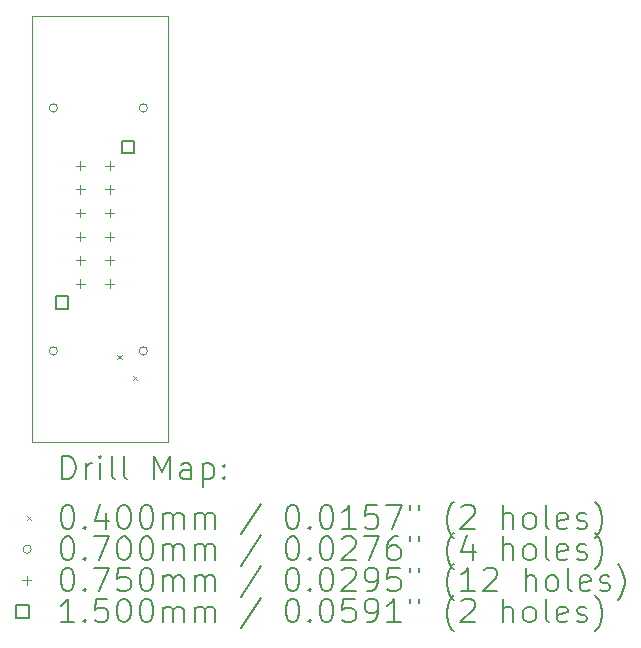
<source format=gbr>
%TF.GenerationSoftware,KiCad,Pcbnew,7.0.9*%
%TF.CreationDate,2024-01-10T19:06:43-08:00*%
%TF.ProjectId,CANswitch,43414e73-7769-4746-9368-2e6b69636164,rev?*%
%TF.SameCoordinates,Original*%
%TF.FileFunction,Drillmap*%
%TF.FilePolarity,Positive*%
%FSLAX45Y45*%
G04 Gerber Fmt 4.5, Leading zero omitted, Abs format (unit mm)*
G04 Created by KiCad (PCBNEW 7.0.9) date 2024-01-10 19:06:43*
%MOMM*%
%LPD*%
G01*
G04 APERTURE LIST*
%ADD10C,0.100000*%
%ADD11C,0.200000*%
%ADD12C,0.150000*%
G04 APERTURE END LIST*
D10*
X18613120Y-3030220D02*
X19766280Y-3030220D01*
X19766280Y-6637020D01*
X18613120Y-6637020D01*
X18613120Y-3030220D01*
D11*
D10*
X19334800Y-5898200D02*
X19374800Y-5938200D01*
X19374800Y-5898200D02*
X19334800Y-5938200D01*
X19466380Y-6075600D02*
X19506380Y-6115600D01*
X19506380Y-6075600D02*
X19466380Y-6115600D01*
X18831000Y-3810000D02*
G75*
G03*
X18831000Y-3810000I-35000J0D01*
G01*
X18831000Y-5867400D02*
G75*
G03*
X18831000Y-5867400I-35000J0D01*
G01*
X19593000Y-3810000D02*
G75*
G03*
X19593000Y-3810000I-35000J0D01*
G01*
X19593000Y-5867400D02*
G75*
G03*
X19593000Y-5867400I-35000J0D01*
G01*
X19023800Y-4261500D02*
X19023800Y-4336500D01*
X18986300Y-4299000D02*
X19061300Y-4299000D01*
X19023800Y-4461500D02*
X19023800Y-4536500D01*
X18986300Y-4499000D02*
X19061300Y-4499000D01*
X19023800Y-4661500D02*
X19023800Y-4736500D01*
X18986300Y-4699000D02*
X19061300Y-4699000D01*
X19023800Y-4861500D02*
X19023800Y-4936500D01*
X18986300Y-4899000D02*
X19061300Y-4899000D01*
X19023800Y-5061500D02*
X19023800Y-5136500D01*
X18986300Y-5099000D02*
X19061300Y-5099000D01*
X19023800Y-5261500D02*
X19023800Y-5336500D01*
X18986300Y-5299000D02*
X19061300Y-5299000D01*
X19273800Y-4261500D02*
X19273800Y-4336500D01*
X19236300Y-4299000D02*
X19311300Y-4299000D01*
X19273800Y-4461500D02*
X19273800Y-4536500D01*
X19236300Y-4499000D02*
X19311300Y-4499000D01*
X19273800Y-4661500D02*
X19273800Y-4736500D01*
X19236300Y-4699000D02*
X19311300Y-4699000D01*
X19273800Y-4861500D02*
X19273800Y-4936500D01*
X19236300Y-4899000D02*
X19311300Y-4899000D01*
X19273800Y-5061500D02*
X19273800Y-5136500D01*
X19236300Y-5099000D02*
X19311300Y-5099000D01*
X19273800Y-5261500D02*
X19273800Y-5336500D01*
X19236300Y-5299000D02*
X19311300Y-5299000D01*
D12*
X18921834Y-5512034D02*
X18921834Y-5405967D01*
X18815767Y-5405967D01*
X18815767Y-5512034D01*
X18921834Y-5512034D01*
X19481834Y-4192033D02*
X19481834Y-4085966D01*
X19375767Y-4085966D01*
X19375767Y-4192033D01*
X19481834Y-4192033D01*
D11*
X18868897Y-6953504D02*
X18868897Y-6753504D01*
X18868897Y-6753504D02*
X18916516Y-6753504D01*
X18916516Y-6753504D02*
X18945087Y-6763028D01*
X18945087Y-6763028D02*
X18964135Y-6782075D01*
X18964135Y-6782075D02*
X18973659Y-6801123D01*
X18973659Y-6801123D02*
X18983183Y-6839218D01*
X18983183Y-6839218D02*
X18983183Y-6867789D01*
X18983183Y-6867789D02*
X18973659Y-6905885D01*
X18973659Y-6905885D02*
X18964135Y-6924932D01*
X18964135Y-6924932D02*
X18945087Y-6943980D01*
X18945087Y-6943980D02*
X18916516Y-6953504D01*
X18916516Y-6953504D02*
X18868897Y-6953504D01*
X19068897Y-6953504D02*
X19068897Y-6820170D01*
X19068897Y-6858266D02*
X19078421Y-6839218D01*
X19078421Y-6839218D02*
X19087944Y-6829694D01*
X19087944Y-6829694D02*
X19106992Y-6820170D01*
X19106992Y-6820170D02*
X19126040Y-6820170D01*
X19192706Y-6953504D02*
X19192706Y-6820170D01*
X19192706Y-6753504D02*
X19183183Y-6763028D01*
X19183183Y-6763028D02*
X19192706Y-6772551D01*
X19192706Y-6772551D02*
X19202230Y-6763028D01*
X19202230Y-6763028D02*
X19192706Y-6753504D01*
X19192706Y-6753504D02*
X19192706Y-6772551D01*
X19316516Y-6953504D02*
X19297468Y-6943980D01*
X19297468Y-6943980D02*
X19287944Y-6924932D01*
X19287944Y-6924932D02*
X19287944Y-6753504D01*
X19421278Y-6953504D02*
X19402230Y-6943980D01*
X19402230Y-6943980D02*
X19392706Y-6924932D01*
X19392706Y-6924932D02*
X19392706Y-6753504D01*
X19649849Y-6953504D02*
X19649849Y-6753504D01*
X19649849Y-6753504D02*
X19716516Y-6896361D01*
X19716516Y-6896361D02*
X19783183Y-6753504D01*
X19783183Y-6753504D02*
X19783183Y-6953504D01*
X19964135Y-6953504D02*
X19964135Y-6848742D01*
X19964135Y-6848742D02*
X19954611Y-6829694D01*
X19954611Y-6829694D02*
X19935564Y-6820170D01*
X19935564Y-6820170D02*
X19897468Y-6820170D01*
X19897468Y-6820170D02*
X19878421Y-6829694D01*
X19964135Y-6943980D02*
X19945087Y-6953504D01*
X19945087Y-6953504D02*
X19897468Y-6953504D01*
X19897468Y-6953504D02*
X19878421Y-6943980D01*
X19878421Y-6943980D02*
X19868897Y-6924932D01*
X19868897Y-6924932D02*
X19868897Y-6905885D01*
X19868897Y-6905885D02*
X19878421Y-6886837D01*
X19878421Y-6886837D02*
X19897468Y-6877313D01*
X19897468Y-6877313D02*
X19945087Y-6877313D01*
X19945087Y-6877313D02*
X19964135Y-6867789D01*
X20059373Y-6820170D02*
X20059373Y-7020170D01*
X20059373Y-6829694D02*
X20078421Y-6820170D01*
X20078421Y-6820170D02*
X20116516Y-6820170D01*
X20116516Y-6820170D02*
X20135564Y-6829694D01*
X20135564Y-6829694D02*
X20145087Y-6839218D01*
X20145087Y-6839218D02*
X20154611Y-6858266D01*
X20154611Y-6858266D02*
X20154611Y-6915408D01*
X20154611Y-6915408D02*
X20145087Y-6934456D01*
X20145087Y-6934456D02*
X20135564Y-6943980D01*
X20135564Y-6943980D02*
X20116516Y-6953504D01*
X20116516Y-6953504D02*
X20078421Y-6953504D01*
X20078421Y-6953504D02*
X20059373Y-6943980D01*
X20240325Y-6934456D02*
X20249849Y-6943980D01*
X20249849Y-6943980D02*
X20240325Y-6953504D01*
X20240325Y-6953504D02*
X20230802Y-6943980D01*
X20230802Y-6943980D02*
X20240325Y-6934456D01*
X20240325Y-6934456D02*
X20240325Y-6953504D01*
X20240325Y-6829694D02*
X20249849Y-6839218D01*
X20249849Y-6839218D02*
X20240325Y-6848742D01*
X20240325Y-6848742D02*
X20230802Y-6839218D01*
X20230802Y-6839218D02*
X20240325Y-6829694D01*
X20240325Y-6829694D02*
X20240325Y-6848742D01*
D10*
X18568120Y-7262020D02*
X18608120Y-7302020D01*
X18608120Y-7262020D02*
X18568120Y-7302020D01*
D11*
X18906992Y-7173504D02*
X18926040Y-7173504D01*
X18926040Y-7173504D02*
X18945087Y-7183028D01*
X18945087Y-7183028D02*
X18954611Y-7192551D01*
X18954611Y-7192551D02*
X18964135Y-7211599D01*
X18964135Y-7211599D02*
X18973659Y-7249694D01*
X18973659Y-7249694D02*
X18973659Y-7297313D01*
X18973659Y-7297313D02*
X18964135Y-7335408D01*
X18964135Y-7335408D02*
X18954611Y-7354456D01*
X18954611Y-7354456D02*
X18945087Y-7363980D01*
X18945087Y-7363980D02*
X18926040Y-7373504D01*
X18926040Y-7373504D02*
X18906992Y-7373504D01*
X18906992Y-7373504D02*
X18887944Y-7363980D01*
X18887944Y-7363980D02*
X18878421Y-7354456D01*
X18878421Y-7354456D02*
X18868897Y-7335408D01*
X18868897Y-7335408D02*
X18859373Y-7297313D01*
X18859373Y-7297313D02*
X18859373Y-7249694D01*
X18859373Y-7249694D02*
X18868897Y-7211599D01*
X18868897Y-7211599D02*
X18878421Y-7192551D01*
X18878421Y-7192551D02*
X18887944Y-7183028D01*
X18887944Y-7183028D02*
X18906992Y-7173504D01*
X19059373Y-7354456D02*
X19068897Y-7363980D01*
X19068897Y-7363980D02*
X19059373Y-7373504D01*
X19059373Y-7373504D02*
X19049849Y-7363980D01*
X19049849Y-7363980D02*
X19059373Y-7354456D01*
X19059373Y-7354456D02*
X19059373Y-7373504D01*
X19240325Y-7240170D02*
X19240325Y-7373504D01*
X19192706Y-7163980D02*
X19145087Y-7306837D01*
X19145087Y-7306837D02*
X19268897Y-7306837D01*
X19383183Y-7173504D02*
X19402230Y-7173504D01*
X19402230Y-7173504D02*
X19421278Y-7183028D01*
X19421278Y-7183028D02*
X19430802Y-7192551D01*
X19430802Y-7192551D02*
X19440325Y-7211599D01*
X19440325Y-7211599D02*
X19449849Y-7249694D01*
X19449849Y-7249694D02*
X19449849Y-7297313D01*
X19449849Y-7297313D02*
X19440325Y-7335408D01*
X19440325Y-7335408D02*
X19430802Y-7354456D01*
X19430802Y-7354456D02*
X19421278Y-7363980D01*
X19421278Y-7363980D02*
X19402230Y-7373504D01*
X19402230Y-7373504D02*
X19383183Y-7373504D01*
X19383183Y-7373504D02*
X19364135Y-7363980D01*
X19364135Y-7363980D02*
X19354611Y-7354456D01*
X19354611Y-7354456D02*
X19345087Y-7335408D01*
X19345087Y-7335408D02*
X19335564Y-7297313D01*
X19335564Y-7297313D02*
X19335564Y-7249694D01*
X19335564Y-7249694D02*
X19345087Y-7211599D01*
X19345087Y-7211599D02*
X19354611Y-7192551D01*
X19354611Y-7192551D02*
X19364135Y-7183028D01*
X19364135Y-7183028D02*
X19383183Y-7173504D01*
X19573659Y-7173504D02*
X19592706Y-7173504D01*
X19592706Y-7173504D02*
X19611754Y-7183028D01*
X19611754Y-7183028D02*
X19621278Y-7192551D01*
X19621278Y-7192551D02*
X19630802Y-7211599D01*
X19630802Y-7211599D02*
X19640325Y-7249694D01*
X19640325Y-7249694D02*
X19640325Y-7297313D01*
X19640325Y-7297313D02*
X19630802Y-7335408D01*
X19630802Y-7335408D02*
X19621278Y-7354456D01*
X19621278Y-7354456D02*
X19611754Y-7363980D01*
X19611754Y-7363980D02*
X19592706Y-7373504D01*
X19592706Y-7373504D02*
X19573659Y-7373504D01*
X19573659Y-7373504D02*
X19554611Y-7363980D01*
X19554611Y-7363980D02*
X19545087Y-7354456D01*
X19545087Y-7354456D02*
X19535564Y-7335408D01*
X19535564Y-7335408D02*
X19526040Y-7297313D01*
X19526040Y-7297313D02*
X19526040Y-7249694D01*
X19526040Y-7249694D02*
X19535564Y-7211599D01*
X19535564Y-7211599D02*
X19545087Y-7192551D01*
X19545087Y-7192551D02*
X19554611Y-7183028D01*
X19554611Y-7183028D02*
X19573659Y-7173504D01*
X19726040Y-7373504D02*
X19726040Y-7240170D01*
X19726040Y-7259218D02*
X19735564Y-7249694D01*
X19735564Y-7249694D02*
X19754611Y-7240170D01*
X19754611Y-7240170D02*
X19783183Y-7240170D01*
X19783183Y-7240170D02*
X19802230Y-7249694D01*
X19802230Y-7249694D02*
X19811754Y-7268742D01*
X19811754Y-7268742D02*
X19811754Y-7373504D01*
X19811754Y-7268742D02*
X19821278Y-7249694D01*
X19821278Y-7249694D02*
X19840325Y-7240170D01*
X19840325Y-7240170D02*
X19868897Y-7240170D01*
X19868897Y-7240170D02*
X19887945Y-7249694D01*
X19887945Y-7249694D02*
X19897468Y-7268742D01*
X19897468Y-7268742D02*
X19897468Y-7373504D01*
X19992706Y-7373504D02*
X19992706Y-7240170D01*
X19992706Y-7259218D02*
X20002230Y-7249694D01*
X20002230Y-7249694D02*
X20021278Y-7240170D01*
X20021278Y-7240170D02*
X20049849Y-7240170D01*
X20049849Y-7240170D02*
X20068897Y-7249694D01*
X20068897Y-7249694D02*
X20078421Y-7268742D01*
X20078421Y-7268742D02*
X20078421Y-7373504D01*
X20078421Y-7268742D02*
X20087945Y-7249694D01*
X20087945Y-7249694D02*
X20106992Y-7240170D01*
X20106992Y-7240170D02*
X20135564Y-7240170D01*
X20135564Y-7240170D02*
X20154611Y-7249694D01*
X20154611Y-7249694D02*
X20164135Y-7268742D01*
X20164135Y-7268742D02*
X20164135Y-7373504D01*
X20554611Y-7163980D02*
X20383183Y-7421123D01*
X20811754Y-7173504D02*
X20830802Y-7173504D01*
X20830802Y-7173504D02*
X20849849Y-7183028D01*
X20849849Y-7183028D02*
X20859373Y-7192551D01*
X20859373Y-7192551D02*
X20868897Y-7211599D01*
X20868897Y-7211599D02*
X20878421Y-7249694D01*
X20878421Y-7249694D02*
X20878421Y-7297313D01*
X20878421Y-7297313D02*
X20868897Y-7335408D01*
X20868897Y-7335408D02*
X20859373Y-7354456D01*
X20859373Y-7354456D02*
X20849849Y-7363980D01*
X20849849Y-7363980D02*
X20830802Y-7373504D01*
X20830802Y-7373504D02*
X20811754Y-7373504D01*
X20811754Y-7373504D02*
X20792707Y-7363980D01*
X20792707Y-7363980D02*
X20783183Y-7354456D01*
X20783183Y-7354456D02*
X20773659Y-7335408D01*
X20773659Y-7335408D02*
X20764135Y-7297313D01*
X20764135Y-7297313D02*
X20764135Y-7249694D01*
X20764135Y-7249694D02*
X20773659Y-7211599D01*
X20773659Y-7211599D02*
X20783183Y-7192551D01*
X20783183Y-7192551D02*
X20792707Y-7183028D01*
X20792707Y-7183028D02*
X20811754Y-7173504D01*
X20964135Y-7354456D02*
X20973659Y-7363980D01*
X20973659Y-7363980D02*
X20964135Y-7373504D01*
X20964135Y-7373504D02*
X20954611Y-7363980D01*
X20954611Y-7363980D02*
X20964135Y-7354456D01*
X20964135Y-7354456D02*
X20964135Y-7373504D01*
X21097468Y-7173504D02*
X21116516Y-7173504D01*
X21116516Y-7173504D02*
X21135564Y-7183028D01*
X21135564Y-7183028D02*
X21145088Y-7192551D01*
X21145088Y-7192551D02*
X21154611Y-7211599D01*
X21154611Y-7211599D02*
X21164135Y-7249694D01*
X21164135Y-7249694D02*
X21164135Y-7297313D01*
X21164135Y-7297313D02*
X21154611Y-7335408D01*
X21154611Y-7335408D02*
X21145088Y-7354456D01*
X21145088Y-7354456D02*
X21135564Y-7363980D01*
X21135564Y-7363980D02*
X21116516Y-7373504D01*
X21116516Y-7373504D02*
X21097468Y-7373504D01*
X21097468Y-7373504D02*
X21078421Y-7363980D01*
X21078421Y-7363980D02*
X21068897Y-7354456D01*
X21068897Y-7354456D02*
X21059373Y-7335408D01*
X21059373Y-7335408D02*
X21049849Y-7297313D01*
X21049849Y-7297313D02*
X21049849Y-7249694D01*
X21049849Y-7249694D02*
X21059373Y-7211599D01*
X21059373Y-7211599D02*
X21068897Y-7192551D01*
X21068897Y-7192551D02*
X21078421Y-7183028D01*
X21078421Y-7183028D02*
X21097468Y-7173504D01*
X21354611Y-7373504D02*
X21240326Y-7373504D01*
X21297468Y-7373504D02*
X21297468Y-7173504D01*
X21297468Y-7173504D02*
X21278421Y-7202075D01*
X21278421Y-7202075D02*
X21259373Y-7221123D01*
X21259373Y-7221123D02*
X21240326Y-7230647D01*
X21535564Y-7173504D02*
X21440326Y-7173504D01*
X21440326Y-7173504D02*
X21430802Y-7268742D01*
X21430802Y-7268742D02*
X21440326Y-7259218D01*
X21440326Y-7259218D02*
X21459373Y-7249694D01*
X21459373Y-7249694D02*
X21506992Y-7249694D01*
X21506992Y-7249694D02*
X21526040Y-7259218D01*
X21526040Y-7259218D02*
X21535564Y-7268742D01*
X21535564Y-7268742D02*
X21545088Y-7287789D01*
X21545088Y-7287789D02*
X21545088Y-7335408D01*
X21545088Y-7335408D02*
X21535564Y-7354456D01*
X21535564Y-7354456D02*
X21526040Y-7363980D01*
X21526040Y-7363980D02*
X21506992Y-7373504D01*
X21506992Y-7373504D02*
X21459373Y-7373504D01*
X21459373Y-7373504D02*
X21440326Y-7363980D01*
X21440326Y-7363980D02*
X21430802Y-7354456D01*
X21611754Y-7173504D02*
X21745088Y-7173504D01*
X21745088Y-7173504D02*
X21659373Y-7373504D01*
X21811754Y-7173504D02*
X21811754Y-7211599D01*
X21887945Y-7173504D02*
X21887945Y-7211599D01*
X22183183Y-7449694D02*
X22173659Y-7440170D01*
X22173659Y-7440170D02*
X22154611Y-7411599D01*
X22154611Y-7411599D02*
X22145088Y-7392551D01*
X22145088Y-7392551D02*
X22135564Y-7363980D01*
X22135564Y-7363980D02*
X22126040Y-7316361D01*
X22126040Y-7316361D02*
X22126040Y-7278266D01*
X22126040Y-7278266D02*
X22135564Y-7230647D01*
X22135564Y-7230647D02*
X22145088Y-7202075D01*
X22145088Y-7202075D02*
X22154611Y-7183028D01*
X22154611Y-7183028D02*
X22173659Y-7154456D01*
X22173659Y-7154456D02*
X22183183Y-7144932D01*
X22249850Y-7192551D02*
X22259373Y-7183028D01*
X22259373Y-7183028D02*
X22278421Y-7173504D01*
X22278421Y-7173504D02*
X22326040Y-7173504D01*
X22326040Y-7173504D02*
X22345088Y-7183028D01*
X22345088Y-7183028D02*
X22354611Y-7192551D01*
X22354611Y-7192551D02*
X22364135Y-7211599D01*
X22364135Y-7211599D02*
X22364135Y-7230647D01*
X22364135Y-7230647D02*
X22354611Y-7259218D01*
X22354611Y-7259218D02*
X22240326Y-7373504D01*
X22240326Y-7373504D02*
X22364135Y-7373504D01*
X22602230Y-7373504D02*
X22602230Y-7173504D01*
X22687945Y-7373504D02*
X22687945Y-7268742D01*
X22687945Y-7268742D02*
X22678421Y-7249694D01*
X22678421Y-7249694D02*
X22659373Y-7240170D01*
X22659373Y-7240170D02*
X22630802Y-7240170D01*
X22630802Y-7240170D02*
X22611754Y-7249694D01*
X22611754Y-7249694D02*
X22602230Y-7259218D01*
X22811754Y-7373504D02*
X22792707Y-7363980D01*
X22792707Y-7363980D02*
X22783183Y-7354456D01*
X22783183Y-7354456D02*
X22773659Y-7335408D01*
X22773659Y-7335408D02*
X22773659Y-7278266D01*
X22773659Y-7278266D02*
X22783183Y-7259218D01*
X22783183Y-7259218D02*
X22792707Y-7249694D01*
X22792707Y-7249694D02*
X22811754Y-7240170D01*
X22811754Y-7240170D02*
X22840326Y-7240170D01*
X22840326Y-7240170D02*
X22859373Y-7249694D01*
X22859373Y-7249694D02*
X22868897Y-7259218D01*
X22868897Y-7259218D02*
X22878421Y-7278266D01*
X22878421Y-7278266D02*
X22878421Y-7335408D01*
X22878421Y-7335408D02*
X22868897Y-7354456D01*
X22868897Y-7354456D02*
X22859373Y-7363980D01*
X22859373Y-7363980D02*
X22840326Y-7373504D01*
X22840326Y-7373504D02*
X22811754Y-7373504D01*
X22992707Y-7373504D02*
X22973659Y-7363980D01*
X22973659Y-7363980D02*
X22964135Y-7344932D01*
X22964135Y-7344932D02*
X22964135Y-7173504D01*
X23145088Y-7363980D02*
X23126040Y-7373504D01*
X23126040Y-7373504D02*
X23087945Y-7373504D01*
X23087945Y-7373504D02*
X23068897Y-7363980D01*
X23068897Y-7363980D02*
X23059373Y-7344932D01*
X23059373Y-7344932D02*
X23059373Y-7268742D01*
X23059373Y-7268742D02*
X23068897Y-7249694D01*
X23068897Y-7249694D02*
X23087945Y-7240170D01*
X23087945Y-7240170D02*
X23126040Y-7240170D01*
X23126040Y-7240170D02*
X23145088Y-7249694D01*
X23145088Y-7249694D02*
X23154611Y-7268742D01*
X23154611Y-7268742D02*
X23154611Y-7287789D01*
X23154611Y-7287789D02*
X23059373Y-7306837D01*
X23230802Y-7363980D02*
X23249850Y-7373504D01*
X23249850Y-7373504D02*
X23287945Y-7373504D01*
X23287945Y-7373504D02*
X23306992Y-7363980D01*
X23306992Y-7363980D02*
X23316516Y-7344932D01*
X23316516Y-7344932D02*
X23316516Y-7335408D01*
X23316516Y-7335408D02*
X23306992Y-7316361D01*
X23306992Y-7316361D02*
X23287945Y-7306837D01*
X23287945Y-7306837D02*
X23259373Y-7306837D01*
X23259373Y-7306837D02*
X23240326Y-7297313D01*
X23240326Y-7297313D02*
X23230802Y-7278266D01*
X23230802Y-7278266D02*
X23230802Y-7268742D01*
X23230802Y-7268742D02*
X23240326Y-7249694D01*
X23240326Y-7249694D02*
X23259373Y-7240170D01*
X23259373Y-7240170D02*
X23287945Y-7240170D01*
X23287945Y-7240170D02*
X23306992Y-7249694D01*
X23383183Y-7449694D02*
X23392707Y-7440170D01*
X23392707Y-7440170D02*
X23411754Y-7411599D01*
X23411754Y-7411599D02*
X23421278Y-7392551D01*
X23421278Y-7392551D02*
X23430802Y-7363980D01*
X23430802Y-7363980D02*
X23440326Y-7316361D01*
X23440326Y-7316361D02*
X23440326Y-7278266D01*
X23440326Y-7278266D02*
X23430802Y-7230647D01*
X23430802Y-7230647D02*
X23421278Y-7202075D01*
X23421278Y-7202075D02*
X23411754Y-7183028D01*
X23411754Y-7183028D02*
X23392707Y-7154456D01*
X23392707Y-7154456D02*
X23383183Y-7144932D01*
D10*
X18608120Y-7546020D02*
G75*
G03*
X18608120Y-7546020I-35000J0D01*
G01*
D11*
X18906992Y-7437504D02*
X18926040Y-7437504D01*
X18926040Y-7437504D02*
X18945087Y-7447028D01*
X18945087Y-7447028D02*
X18954611Y-7456551D01*
X18954611Y-7456551D02*
X18964135Y-7475599D01*
X18964135Y-7475599D02*
X18973659Y-7513694D01*
X18973659Y-7513694D02*
X18973659Y-7561313D01*
X18973659Y-7561313D02*
X18964135Y-7599408D01*
X18964135Y-7599408D02*
X18954611Y-7618456D01*
X18954611Y-7618456D02*
X18945087Y-7627980D01*
X18945087Y-7627980D02*
X18926040Y-7637504D01*
X18926040Y-7637504D02*
X18906992Y-7637504D01*
X18906992Y-7637504D02*
X18887944Y-7627980D01*
X18887944Y-7627980D02*
X18878421Y-7618456D01*
X18878421Y-7618456D02*
X18868897Y-7599408D01*
X18868897Y-7599408D02*
X18859373Y-7561313D01*
X18859373Y-7561313D02*
X18859373Y-7513694D01*
X18859373Y-7513694D02*
X18868897Y-7475599D01*
X18868897Y-7475599D02*
X18878421Y-7456551D01*
X18878421Y-7456551D02*
X18887944Y-7447028D01*
X18887944Y-7447028D02*
X18906992Y-7437504D01*
X19059373Y-7618456D02*
X19068897Y-7627980D01*
X19068897Y-7627980D02*
X19059373Y-7637504D01*
X19059373Y-7637504D02*
X19049849Y-7627980D01*
X19049849Y-7627980D02*
X19059373Y-7618456D01*
X19059373Y-7618456D02*
X19059373Y-7637504D01*
X19135564Y-7437504D02*
X19268897Y-7437504D01*
X19268897Y-7437504D02*
X19183183Y-7637504D01*
X19383183Y-7437504D02*
X19402230Y-7437504D01*
X19402230Y-7437504D02*
X19421278Y-7447028D01*
X19421278Y-7447028D02*
X19430802Y-7456551D01*
X19430802Y-7456551D02*
X19440325Y-7475599D01*
X19440325Y-7475599D02*
X19449849Y-7513694D01*
X19449849Y-7513694D02*
X19449849Y-7561313D01*
X19449849Y-7561313D02*
X19440325Y-7599408D01*
X19440325Y-7599408D02*
X19430802Y-7618456D01*
X19430802Y-7618456D02*
X19421278Y-7627980D01*
X19421278Y-7627980D02*
X19402230Y-7637504D01*
X19402230Y-7637504D02*
X19383183Y-7637504D01*
X19383183Y-7637504D02*
X19364135Y-7627980D01*
X19364135Y-7627980D02*
X19354611Y-7618456D01*
X19354611Y-7618456D02*
X19345087Y-7599408D01*
X19345087Y-7599408D02*
X19335564Y-7561313D01*
X19335564Y-7561313D02*
X19335564Y-7513694D01*
X19335564Y-7513694D02*
X19345087Y-7475599D01*
X19345087Y-7475599D02*
X19354611Y-7456551D01*
X19354611Y-7456551D02*
X19364135Y-7447028D01*
X19364135Y-7447028D02*
X19383183Y-7437504D01*
X19573659Y-7437504D02*
X19592706Y-7437504D01*
X19592706Y-7437504D02*
X19611754Y-7447028D01*
X19611754Y-7447028D02*
X19621278Y-7456551D01*
X19621278Y-7456551D02*
X19630802Y-7475599D01*
X19630802Y-7475599D02*
X19640325Y-7513694D01*
X19640325Y-7513694D02*
X19640325Y-7561313D01*
X19640325Y-7561313D02*
X19630802Y-7599408D01*
X19630802Y-7599408D02*
X19621278Y-7618456D01*
X19621278Y-7618456D02*
X19611754Y-7627980D01*
X19611754Y-7627980D02*
X19592706Y-7637504D01*
X19592706Y-7637504D02*
X19573659Y-7637504D01*
X19573659Y-7637504D02*
X19554611Y-7627980D01*
X19554611Y-7627980D02*
X19545087Y-7618456D01*
X19545087Y-7618456D02*
X19535564Y-7599408D01*
X19535564Y-7599408D02*
X19526040Y-7561313D01*
X19526040Y-7561313D02*
X19526040Y-7513694D01*
X19526040Y-7513694D02*
X19535564Y-7475599D01*
X19535564Y-7475599D02*
X19545087Y-7456551D01*
X19545087Y-7456551D02*
X19554611Y-7447028D01*
X19554611Y-7447028D02*
X19573659Y-7437504D01*
X19726040Y-7637504D02*
X19726040Y-7504170D01*
X19726040Y-7523218D02*
X19735564Y-7513694D01*
X19735564Y-7513694D02*
X19754611Y-7504170D01*
X19754611Y-7504170D02*
X19783183Y-7504170D01*
X19783183Y-7504170D02*
X19802230Y-7513694D01*
X19802230Y-7513694D02*
X19811754Y-7532742D01*
X19811754Y-7532742D02*
X19811754Y-7637504D01*
X19811754Y-7532742D02*
X19821278Y-7513694D01*
X19821278Y-7513694D02*
X19840325Y-7504170D01*
X19840325Y-7504170D02*
X19868897Y-7504170D01*
X19868897Y-7504170D02*
X19887945Y-7513694D01*
X19887945Y-7513694D02*
X19897468Y-7532742D01*
X19897468Y-7532742D02*
X19897468Y-7637504D01*
X19992706Y-7637504D02*
X19992706Y-7504170D01*
X19992706Y-7523218D02*
X20002230Y-7513694D01*
X20002230Y-7513694D02*
X20021278Y-7504170D01*
X20021278Y-7504170D02*
X20049849Y-7504170D01*
X20049849Y-7504170D02*
X20068897Y-7513694D01*
X20068897Y-7513694D02*
X20078421Y-7532742D01*
X20078421Y-7532742D02*
X20078421Y-7637504D01*
X20078421Y-7532742D02*
X20087945Y-7513694D01*
X20087945Y-7513694D02*
X20106992Y-7504170D01*
X20106992Y-7504170D02*
X20135564Y-7504170D01*
X20135564Y-7504170D02*
X20154611Y-7513694D01*
X20154611Y-7513694D02*
X20164135Y-7532742D01*
X20164135Y-7532742D02*
X20164135Y-7637504D01*
X20554611Y-7427980D02*
X20383183Y-7685123D01*
X20811754Y-7437504D02*
X20830802Y-7437504D01*
X20830802Y-7437504D02*
X20849849Y-7447028D01*
X20849849Y-7447028D02*
X20859373Y-7456551D01*
X20859373Y-7456551D02*
X20868897Y-7475599D01*
X20868897Y-7475599D02*
X20878421Y-7513694D01*
X20878421Y-7513694D02*
X20878421Y-7561313D01*
X20878421Y-7561313D02*
X20868897Y-7599408D01*
X20868897Y-7599408D02*
X20859373Y-7618456D01*
X20859373Y-7618456D02*
X20849849Y-7627980D01*
X20849849Y-7627980D02*
X20830802Y-7637504D01*
X20830802Y-7637504D02*
X20811754Y-7637504D01*
X20811754Y-7637504D02*
X20792707Y-7627980D01*
X20792707Y-7627980D02*
X20783183Y-7618456D01*
X20783183Y-7618456D02*
X20773659Y-7599408D01*
X20773659Y-7599408D02*
X20764135Y-7561313D01*
X20764135Y-7561313D02*
X20764135Y-7513694D01*
X20764135Y-7513694D02*
X20773659Y-7475599D01*
X20773659Y-7475599D02*
X20783183Y-7456551D01*
X20783183Y-7456551D02*
X20792707Y-7447028D01*
X20792707Y-7447028D02*
X20811754Y-7437504D01*
X20964135Y-7618456D02*
X20973659Y-7627980D01*
X20973659Y-7627980D02*
X20964135Y-7637504D01*
X20964135Y-7637504D02*
X20954611Y-7627980D01*
X20954611Y-7627980D02*
X20964135Y-7618456D01*
X20964135Y-7618456D02*
X20964135Y-7637504D01*
X21097468Y-7437504D02*
X21116516Y-7437504D01*
X21116516Y-7437504D02*
X21135564Y-7447028D01*
X21135564Y-7447028D02*
X21145088Y-7456551D01*
X21145088Y-7456551D02*
X21154611Y-7475599D01*
X21154611Y-7475599D02*
X21164135Y-7513694D01*
X21164135Y-7513694D02*
X21164135Y-7561313D01*
X21164135Y-7561313D02*
X21154611Y-7599408D01*
X21154611Y-7599408D02*
X21145088Y-7618456D01*
X21145088Y-7618456D02*
X21135564Y-7627980D01*
X21135564Y-7627980D02*
X21116516Y-7637504D01*
X21116516Y-7637504D02*
X21097468Y-7637504D01*
X21097468Y-7637504D02*
X21078421Y-7627980D01*
X21078421Y-7627980D02*
X21068897Y-7618456D01*
X21068897Y-7618456D02*
X21059373Y-7599408D01*
X21059373Y-7599408D02*
X21049849Y-7561313D01*
X21049849Y-7561313D02*
X21049849Y-7513694D01*
X21049849Y-7513694D02*
X21059373Y-7475599D01*
X21059373Y-7475599D02*
X21068897Y-7456551D01*
X21068897Y-7456551D02*
X21078421Y-7447028D01*
X21078421Y-7447028D02*
X21097468Y-7437504D01*
X21240326Y-7456551D02*
X21249849Y-7447028D01*
X21249849Y-7447028D02*
X21268897Y-7437504D01*
X21268897Y-7437504D02*
X21316516Y-7437504D01*
X21316516Y-7437504D02*
X21335564Y-7447028D01*
X21335564Y-7447028D02*
X21345088Y-7456551D01*
X21345088Y-7456551D02*
X21354611Y-7475599D01*
X21354611Y-7475599D02*
X21354611Y-7494647D01*
X21354611Y-7494647D02*
X21345088Y-7523218D01*
X21345088Y-7523218D02*
X21230802Y-7637504D01*
X21230802Y-7637504D02*
X21354611Y-7637504D01*
X21421278Y-7437504D02*
X21554611Y-7437504D01*
X21554611Y-7437504D02*
X21468897Y-7637504D01*
X21716516Y-7437504D02*
X21678421Y-7437504D01*
X21678421Y-7437504D02*
X21659373Y-7447028D01*
X21659373Y-7447028D02*
X21649849Y-7456551D01*
X21649849Y-7456551D02*
X21630802Y-7485123D01*
X21630802Y-7485123D02*
X21621278Y-7523218D01*
X21621278Y-7523218D02*
X21621278Y-7599408D01*
X21621278Y-7599408D02*
X21630802Y-7618456D01*
X21630802Y-7618456D02*
X21640326Y-7627980D01*
X21640326Y-7627980D02*
X21659373Y-7637504D01*
X21659373Y-7637504D02*
X21697469Y-7637504D01*
X21697469Y-7637504D02*
X21716516Y-7627980D01*
X21716516Y-7627980D02*
X21726040Y-7618456D01*
X21726040Y-7618456D02*
X21735564Y-7599408D01*
X21735564Y-7599408D02*
X21735564Y-7551789D01*
X21735564Y-7551789D02*
X21726040Y-7532742D01*
X21726040Y-7532742D02*
X21716516Y-7523218D01*
X21716516Y-7523218D02*
X21697469Y-7513694D01*
X21697469Y-7513694D02*
X21659373Y-7513694D01*
X21659373Y-7513694D02*
X21640326Y-7523218D01*
X21640326Y-7523218D02*
X21630802Y-7532742D01*
X21630802Y-7532742D02*
X21621278Y-7551789D01*
X21811754Y-7437504D02*
X21811754Y-7475599D01*
X21887945Y-7437504D02*
X21887945Y-7475599D01*
X22183183Y-7713694D02*
X22173659Y-7704170D01*
X22173659Y-7704170D02*
X22154611Y-7675599D01*
X22154611Y-7675599D02*
X22145088Y-7656551D01*
X22145088Y-7656551D02*
X22135564Y-7627980D01*
X22135564Y-7627980D02*
X22126040Y-7580361D01*
X22126040Y-7580361D02*
X22126040Y-7542266D01*
X22126040Y-7542266D02*
X22135564Y-7494647D01*
X22135564Y-7494647D02*
X22145088Y-7466075D01*
X22145088Y-7466075D02*
X22154611Y-7447028D01*
X22154611Y-7447028D02*
X22173659Y-7418456D01*
X22173659Y-7418456D02*
X22183183Y-7408932D01*
X22345088Y-7504170D02*
X22345088Y-7637504D01*
X22297469Y-7427980D02*
X22249850Y-7570837D01*
X22249850Y-7570837D02*
X22373659Y-7570837D01*
X22602230Y-7637504D02*
X22602230Y-7437504D01*
X22687945Y-7637504D02*
X22687945Y-7532742D01*
X22687945Y-7532742D02*
X22678421Y-7513694D01*
X22678421Y-7513694D02*
X22659373Y-7504170D01*
X22659373Y-7504170D02*
X22630802Y-7504170D01*
X22630802Y-7504170D02*
X22611754Y-7513694D01*
X22611754Y-7513694D02*
X22602230Y-7523218D01*
X22811754Y-7637504D02*
X22792707Y-7627980D01*
X22792707Y-7627980D02*
X22783183Y-7618456D01*
X22783183Y-7618456D02*
X22773659Y-7599408D01*
X22773659Y-7599408D02*
X22773659Y-7542266D01*
X22773659Y-7542266D02*
X22783183Y-7523218D01*
X22783183Y-7523218D02*
X22792707Y-7513694D01*
X22792707Y-7513694D02*
X22811754Y-7504170D01*
X22811754Y-7504170D02*
X22840326Y-7504170D01*
X22840326Y-7504170D02*
X22859373Y-7513694D01*
X22859373Y-7513694D02*
X22868897Y-7523218D01*
X22868897Y-7523218D02*
X22878421Y-7542266D01*
X22878421Y-7542266D02*
X22878421Y-7599408D01*
X22878421Y-7599408D02*
X22868897Y-7618456D01*
X22868897Y-7618456D02*
X22859373Y-7627980D01*
X22859373Y-7627980D02*
X22840326Y-7637504D01*
X22840326Y-7637504D02*
X22811754Y-7637504D01*
X22992707Y-7637504D02*
X22973659Y-7627980D01*
X22973659Y-7627980D02*
X22964135Y-7608932D01*
X22964135Y-7608932D02*
X22964135Y-7437504D01*
X23145088Y-7627980D02*
X23126040Y-7637504D01*
X23126040Y-7637504D02*
X23087945Y-7637504D01*
X23087945Y-7637504D02*
X23068897Y-7627980D01*
X23068897Y-7627980D02*
X23059373Y-7608932D01*
X23059373Y-7608932D02*
X23059373Y-7532742D01*
X23059373Y-7532742D02*
X23068897Y-7513694D01*
X23068897Y-7513694D02*
X23087945Y-7504170D01*
X23087945Y-7504170D02*
X23126040Y-7504170D01*
X23126040Y-7504170D02*
X23145088Y-7513694D01*
X23145088Y-7513694D02*
X23154611Y-7532742D01*
X23154611Y-7532742D02*
X23154611Y-7551789D01*
X23154611Y-7551789D02*
X23059373Y-7570837D01*
X23230802Y-7627980D02*
X23249850Y-7637504D01*
X23249850Y-7637504D02*
X23287945Y-7637504D01*
X23287945Y-7637504D02*
X23306992Y-7627980D01*
X23306992Y-7627980D02*
X23316516Y-7608932D01*
X23316516Y-7608932D02*
X23316516Y-7599408D01*
X23316516Y-7599408D02*
X23306992Y-7580361D01*
X23306992Y-7580361D02*
X23287945Y-7570837D01*
X23287945Y-7570837D02*
X23259373Y-7570837D01*
X23259373Y-7570837D02*
X23240326Y-7561313D01*
X23240326Y-7561313D02*
X23230802Y-7542266D01*
X23230802Y-7542266D02*
X23230802Y-7532742D01*
X23230802Y-7532742D02*
X23240326Y-7513694D01*
X23240326Y-7513694D02*
X23259373Y-7504170D01*
X23259373Y-7504170D02*
X23287945Y-7504170D01*
X23287945Y-7504170D02*
X23306992Y-7513694D01*
X23383183Y-7713694D02*
X23392707Y-7704170D01*
X23392707Y-7704170D02*
X23411754Y-7675599D01*
X23411754Y-7675599D02*
X23421278Y-7656551D01*
X23421278Y-7656551D02*
X23430802Y-7627980D01*
X23430802Y-7627980D02*
X23440326Y-7580361D01*
X23440326Y-7580361D02*
X23440326Y-7542266D01*
X23440326Y-7542266D02*
X23430802Y-7494647D01*
X23430802Y-7494647D02*
X23421278Y-7466075D01*
X23421278Y-7466075D02*
X23411754Y-7447028D01*
X23411754Y-7447028D02*
X23392707Y-7418456D01*
X23392707Y-7418456D02*
X23383183Y-7408932D01*
D10*
X18570620Y-7772520D02*
X18570620Y-7847520D01*
X18533120Y-7810020D02*
X18608120Y-7810020D01*
D11*
X18906992Y-7701504D02*
X18926040Y-7701504D01*
X18926040Y-7701504D02*
X18945087Y-7711028D01*
X18945087Y-7711028D02*
X18954611Y-7720551D01*
X18954611Y-7720551D02*
X18964135Y-7739599D01*
X18964135Y-7739599D02*
X18973659Y-7777694D01*
X18973659Y-7777694D02*
X18973659Y-7825313D01*
X18973659Y-7825313D02*
X18964135Y-7863408D01*
X18964135Y-7863408D02*
X18954611Y-7882456D01*
X18954611Y-7882456D02*
X18945087Y-7891980D01*
X18945087Y-7891980D02*
X18926040Y-7901504D01*
X18926040Y-7901504D02*
X18906992Y-7901504D01*
X18906992Y-7901504D02*
X18887944Y-7891980D01*
X18887944Y-7891980D02*
X18878421Y-7882456D01*
X18878421Y-7882456D02*
X18868897Y-7863408D01*
X18868897Y-7863408D02*
X18859373Y-7825313D01*
X18859373Y-7825313D02*
X18859373Y-7777694D01*
X18859373Y-7777694D02*
X18868897Y-7739599D01*
X18868897Y-7739599D02*
X18878421Y-7720551D01*
X18878421Y-7720551D02*
X18887944Y-7711028D01*
X18887944Y-7711028D02*
X18906992Y-7701504D01*
X19059373Y-7882456D02*
X19068897Y-7891980D01*
X19068897Y-7891980D02*
X19059373Y-7901504D01*
X19059373Y-7901504D02*
X19049849Y-7891980D01*
X19049849Y-7891980D02*
X19059373Y-7882456D01*
X19059373Y-7882456D02*
X19059373Y-7901504D01*
X19135564Y-7701504D02*
X19268897Y-7701504D01*
X19268897Y-7701504D02*
X19183183Y-7901504D01*
X19440325Y-7701504D02*
X19345087Y-7701504D01*
X19345087Y-7701504D02*
X19335564Y-7796742D01*
X19335564Y-7796742D02*
X19345087Y-7787218D01*
X19345087Y-7787218D02*
X19364135Y-7777694D01*
X19364135Y-7777694D02*
X19411754Y-7777694D01*
X19411754Y-7777694D02*
X19430802Y-7787218D01*
X19430802Y-7787218D02*
X19440325Y-7796742D01*
X19440325Y-7796742D02*
X19449849Y-7815789D01*
X19449849Y-7815789D02*
X19449849Y-7863408D01*
X19449849Y-7863408D02*
X19440325Y-7882456D01*
X19440325Y-7882456D02*
X19430802Y-7891980D01*
X19430802Y-7891980D02*
X19411754Y-7901504D01*
X19411754Y-7901504D02*
X19364135Y-7901504D01*
X19364135Y-7901504D02*
X19345087Y-7891980D01*
X19345087Y-7891980D02*
X19335564Y-7882456D01*
X19573659Y-7701504D02*
X19592706Y-7701504D01*
X19592706Y-7701504D02*
X19611754Y-7711028D01*
X19611754Y-7711028D02*
X19621278Y-7720551D01*
X19621278Y-7720551D02*
X19630802Y-7739599D01*
X19630802Y-7739599D02*
X19640325Y-7777694D01*
X19640325Y-7777694D02*
X19640325Y-7825313D01*
X19640325Y-7825313D02*
X19630802Y-7863408D01*
X19630802Y-7863408D02*
X19621278Y-7882456D01*
X19621278Y-7882456D02*
X19611754Y-7891980D01*
X19611754Y-7891980D02*
X19592706Y-7901504D01*
X19592706Y-7901504D02*
X19573659Y-7901504D01*
X19573659Y-7901504D02*
X19554611Y-7891980D01*
X19554611Y-7891980D02*
X19545087Y-7882456D01*
X19545087Y-7882456D02*
X19535564Y-7863408D01*
X19535564Y-7863408D02*
X19526040Y-7825313D01*
X19526040Y-7825313D02*
X19526040Y-7777694D01*
X19526040Y-7777694D02*
X19535564Y-7739599D01*
X19535564Y-7739599D02*
X19545087Y-7720551D01*
X19545087Y-7720551D02*
X19554611Y-7711028D01*
X19554611Y-7711028D02*
X19573659Y-7701504D01*
X19726040Y-7901504D02*
X19726040Y-7768170D01*
X19726040Y-7787218D02*
X19735564Y-7777694D01*
X19735564Y-7777694D02*
X19754611Y-7768170D01*
X19754611Y-7768170D02*
X19783183Y-7768170D01*
X19783183Y-7768170D02*
X19802230Y-7777694D01*
X19802230Y-7777694D02*
X19811754Y-7796742D01*
X19811754Y-7796742D02*
X19811754Y-7901504D01*
X19811754Y-7796742D02*
X19821278Y-7777694D01*
X19821278Y-7777694D02*
X19840325Y-7768170D01*
X19840325Y-7768170D02*
X19868897Y-7768170D01*
X19868897Y-7768170D02*
X19887945Y-7777694D01*
X19887945Y-7777694D02*
X19897468Y-7796742D01*
X19897468Y-7796742D02*
X19897468Y-7901504D01*
X19992706Y-7901504D02*
X19992706Y-7768170D01*
X19992706Y-7787218D02*
X20002230Y-7777694D01*
X20002230Y-7777694D02*
X20021278Y-7768170D01*
X20021278Y-7768170D02*
X20049849Y-7768170D01*
X20049849Y-7768170D02*
X20068897Y-7777694D01*
X20068897Y-7777694D02*
X20078421Y-7796742D01*
X20078421Y-7796742D02*
X20078421Y-7901504D01*
X20078421Y-7796742D02*
X20087945Y-7777694D01*
X20087945Y-7777694D02*
X20106992Y-7768170D01*
X20106992Y-7768170D02*
X20135564Y-7768170D01*
X20135564Y-7768170D02*
X20154611Y-7777694D01*
X20154611Y-7777694D02*
X20164135Y-7796742D01*
X20164135Y-7796742D02*
X20164135Y-7901504D01*
X20554611Y-7691980D02*
X20383183Y-7949123D01*
X20811754Y-7701504D02*
X20830802Y-7701504D01*
X20830802Y-7701504D02*
X20849849Y-7711028D01*
X20849849Y-7711028D02*
X20859373Y-7720551D01*
X20859373Y-7720551D02*
X20868897Y-7739599D01*
X20868897Y-7739599D02*
X20878421Y-7777694D01*
X20878421Y-7777694D02*
X20878421Y-7825313D01*
X20878421Y-7825313D02*
X20868897Y-7863408D01*
X20868897Y-7863408D02*
X20859373Y-7882456D01*
X20859373Y-7882456D02*
X20849849Y-7891980D01*
X20849849Y-7891980D02*
X20830802Y-7901504D01*
X20830802Y-7901504D02*
X20811754Y-7901504D01*
X20811754Y-7901504D02*
X20792707Y-7891980D01*
X20792707Y-7891980D02*
X20783183Y-7882456D01*
X20783183Y-7882456D02*
X20773659Y-7863408D01*
X20773659Y-7863408D02*
X20764135Y-7825313D01*
X20764135Y-7825313D02*
X20764135Y-7777694D01*
X20764135Y-7777694D02*
X20773659Y-7739599D01*
X20773659Y-7739599D02*
X20783183Y-7720551D01*
X20783183Y-7720551D02*
X20792707Y-7711028D01*
X20792707Y-7711028D02*
X20811754Y-7701504D01*
X20964135Y-7882456D02*
X20973659Y-7891980D01*
X20973659Y-7891980D02*
X20964135Y-7901504D01*
X20964135Y-7901504D02*
X20954611Y-7891980D01*
X20954611Y-7891980D02*
X20964135Y-7882456D01*
X20964135Y-7882456D02*
X20964135Y-7901504D01*
X21097468Y-7701504D02*
X21116516Y-7701504D01*
X21116516Y-7701504D02*
X21135564Y-7711028D01*
X21135564Y-7711028D02*
X21145088Y-7720551D01*
X21145088Y-7720551D02*
X21154611Y-7739599D01*
X21154611Y-7739599D02*
X21164135Y-7777694D01*
X21164135Y-7777694D02*
X21164135Y-7825313D01*
X21164135Y-7825313D02*
X21154611Y-7863408D01*
X21154611Y-7863408D02*
X21145088Y-7882456D01*
X21145088Y-7882456D02*
X21135564Y-7891980D01*
X21135564Y-7891980D02*
X21116516Y-7901504D01*
X21116516Y-7901504D02*
X21097468Y-7901504D01*
X21097468Y-7901504D02*
X21078421Y-7891980D01*
X21078421Y-7891980D02*
X21068897Y-7882456D01*
X21068897Y-7882456D02*
X21059373Y-7863408D01*
X21059373Y-7863408D02*
X21049849Y-7825313D01*
X21049849Y-7825313D02*
X21049849Y-7777694D01*
X21049849Y-7777694D02*
X21059373Y-7739599D01*
X21059373Y-7739599D02*
X21068897Y-7720551D01*
X21068897Y-7720551D02*
X21078421Y-7711028D01*
X21078421Y-7711028D02*
X21097468Y-7701504D01*
X21240326Y-7720551D02*
X21249849Y-7711028D01*
X21249849Y-7711028D02*
X21268897Y-7701504D01*
X21268897Y-7701504D02*
X21316516Y-7701504D01*
X21316516Y-7701504D02*
X21335564Y-7711028D01*
X21335564Y-7711028D02*
X21345088Y-7720551D01*
X21345088Y-7720551D02*
X21354611Y-7739599D01*
X21354611Y-7739599D02*
X21354611Y-7758647D01*
X21354611Y-7758647D02*
X21345088Y-7787218D01*
X21345088Y-7787218D02*
X21230802Y-7901504D01*
X21230802Y-7901504D02*
X21354611Y-7901504D01*
X21449849Y-7901504D02*
X21487945Y-7901504D01*
X21487945Y-7901504D02*
X21506992Y-7891980D01*
X21506992Y-7891980D02*
X21516516Y-7882456D01*
X21516516Y-7882456D02*
X21535564Y-7853885D01*
X21535564Y-7853885D02*
X21545088Y-7815789D01*
X21545088Y-7815789D02*
X21545088Y-7739599D01*
X21545088Y-7739599D02*
X21535564Y-7720551D01*
X21535564Y-7720551D02*
X21526040Y-7711028D01*
X21526040Y-7711028D02*
X21506992Y-7701504D01*
X21506992Y-7701504D02*
X21468897Y-7701504D01*
X21468897Y-7701504D02*
X21449849Y-7711028D01*
X21449849Y-7711028D02*
X21440326Y-7720551D01*
X21440326Y-7720551D02*
X21430802Y-7739599D01*
X21430802Y-7739599D02*
X21430802Y-7787218D01*
X21430802Y-7787218D02*
X21440326Y-7806266D01*
X21440326Y-7806266D02*
X21449849Y-7815789D01*
X21449849Y-7815789D02*
X21468897Y-7825313D01*
X21468897Y-7825313D02*
X21506992Y-7825313D01*
X21506992Y-7825313D02*
X21526040Y-7815789D01*
X21526040Y-7815789D02*
X21535564Y-7806266D01*
X21535564Y-7806266D02*
X21545088Y-7787218D01*
X21726040Y-7701504D02*
X21630802Y-7701504D01*
X21630802Y-7701504D02*
X21621278Y-7796742D01*
X21621278Y-7796742D02*
X21630802Y-7787218D01*
X21630802Y-7787218D02*
X21649849Y-7777694D01*
X21649849Y-7777694D02*
X21697469Y-7777694D01*
X21697469Y-7777694D02*
X21716516Y-7787218D01*
X21716516Y-7787218D02*
X21726040Y-7796742D01*
X21726040Y-7796742D02*
X21735564Y-7815789D01*
X21735564Y-7815789D02*
X21735564Y-7863408D01*
X21735564Y-7863408D02*
X21726040Y-7882456D01*
X21726040Y-7882456D02*
X21716516Y-7891980D01*
X21716516Y-7891980D02*
X21697469Y-7901504D01*
X21697469Y-7901504D02*
X21649849Y-7901504D01*
X21649849Y-7901504D02*
X21630802Y-7891980D01*
X21630802Y-7891980D02*
X21621278Y-7882456D01*
X21811754Y-7701504D02*
X21811754Y-7739599D01*
X21887945Y-7701504D02*
X21887945Y-7739599D01*
X22183183Y-7977694D02*
X22173659Y-7968170D01*
X22173659Y-7968170D02*
X22154611Y-7939599D01*
X22154611Y-7939599D02*
X22145088Y-7920551D01*
X22145088Y-7920551D02*
X22135564Y-7891980D01*
X22135564Y-7891980D02*
X22126040Y-7844361D01*
X22126040Y-7844361D02*
X22126040Y-7806266D01*
X22126040Y-7806266D02*
X22135564Y-7758647D01*
X22135564Y-7758647D02*
X22145088Y-7730075D01*
X22145088Y-7730075D02*
X22154611Y-7711028D01*
X22154611Y-7711028D02*
X22173659Y-7682456D01*
X22173659Y-7682456D02*
X22183183Y-7672932D01*
X22364135Y-7901504D02*
X22249850Y-7901504D01*
X22306992Y-7901504D02*
X22306992Y-7701504D01*
X22306992Y-7701504D02*
X22287945Y-7730075D01*
X22287945Y-7730075D02*
X22268897Y-7749123D01*
X22268897Y-7749123D02*
X22249850Y-7758647D01*
X22440326Y-7720551D02*
X22449849Y-7711028D01*
X22449849Y-7711028D02*
X22468897Y-7701504D01*
X22468897Y-7701504D02*
X22516516Y-7701504D01*
X22516516Y-7701504D02*
X22535564Y-7711028D01*
X22535564Y-7711028D02*
X22545088Y-7720551D01*
X22545088Y-7720551D02*
X22554611Y-7739599D01*
X22554611Y-7739599D02*
X22554611Y-7758647D01*
X22554611Y-7758647D02*
X22545088Y-7787218D01*
X22545088Y-7787218D02*
X22430802Y-7901504D01*
X22430802Y-7901504D02*
X22554611Y-7901504D01*
X22792707Y-7901504D02*
X22792707Y-7701504D01*
X22878421Y-7901504D02*
X22878421Y-7796742D01*
X22878421Y-7796742D02*
X22868897Y-7777694D01*
X22868897Y-7777694D02*
X22849850Y-7768170D01*
X22849850Y-7768170D02*
X22821278Y-7768170D01*
X22821278Y-7768170D02*
X22802230Y-7777694D01*
X22802230Y-7777694D02*
X22792707Y-7787218D01*
X23002230Y-7901504D02*
X22983183Y-7891980D01*
X22983183Y-7891980D02*
X22973659Y-7882456D01*
X22973659Y-7882456D02*
X22964135Y-7863408D01*
X22964135Y-7863408D02*
X22964135Y-7806266D01*
X22964135Y-7806266D02*
X22973659Y-7787218D01*
X22973659Y-7787218D02*
X22983183Y-7777694D01*
X22983183Y-7777694D02*
X23002230Y-7768170D01*
X23002230Y-7768170D02*
X23030802Y-7768170D01*
X23030802Y-7768170D02*
X23049850Y-7777694D01*
X23049850Y-7777694D02*
X23059373Y-7787218D01*
X23059373Y-7787218D02*
X23068897Y-7806266D01*
X23068897Y-7806266D02*
X23068897Y-7863408D01*
X23068897Y-7863408D02*
X23059373Y-7882456D01*
X23059373Y-7882456D02*
X23049850Y-7891980D01*
X23049850Y-7891980D02*
X23030802Y-7901504D01*
X23030802Y-7901504D02*
X23002230Y-7901504D01*
X23183183Y-7901504D02*
X23164135Y-7891980D01*
X23164135Y-7891980D02*
X23154611Y-7872932D01*
X23154611Y-7872932D02*
X23154611Y-7701504D01*
X23335564Y-7891980D02*
X23316516Y-7901504D01*
X23316516Y-7901504D02*
X23278421Y-7901504D01*
X23278421Y-7901504D02*
X23259373Y-7891980D01*
X23259373Y-7891980D02*
X23249850Y-7872932D01*
X23249850Y-7872932D02*
X23249850Y-7796742D01*
X23249850Y-7796742D02*
X23259373Y-7777694D01*
X23259373Y-7777694D02*
X23278421Y-7768170D01*
X23278421Y-7768170D02*
X23316516Y-7768170D01*
X23316516Y-7768170D02*
X23335564Y-7777694D01*
X23335564Y-7777694D02*
X23345088Y-7796742D01*
X23345088Y-7796742D02*
X23345088Y-7815789D01*
X23345088Y-7815789D02*
X23249850Y-7834837D01*
X23421278Y-7891980D02*
X23440326Y-7901504D01*
X23440326Y-7901504D02*
X23478421Y-7901504D01*
X23478421Y-7901504D02*
X23497469Y-7891980D01*
X23497469Y-7891980D02*
X23506992Y-7872932D01*
X23506992Y-7872932D02*
X23506992Y-7863408D01*
X23506992Y-7863408D02*
X23497469Y-7844361D01*
X23497469Y-7844361D02*
X23478421Y-7834837D01*
X23478421Y-7834837D02*
X23449850Y-7834837D01*
X23449850Y-7834837D02*
X23430802Y-7825313D01*
X23430802Y-7825313D02*
X23421278Y-7806266D01*
X23421278Y-7806266D02*
X23421278Y-7796742D01*
X23421278Y-7796742D02*
X23430802Y-7777694D01*
X23430802Y-7777694D02*
X23449850Y-7768170D01*
X23449850Y-7768170D02*
X23478421Y-7768170D01*
X23478421Y-7768170D02*
X23497469Y-7777694D01*
X23573659Y-7977694D02*
X23583183Y-7968170D01*
X23583183Y-7968170D02*
X23602231Y-7939599D01*
X23602231Y-7939599D02*
X23611754Y-7920551D01*
X23611754Y-7920551D02*
X23621278Y-7891980D01*
X23621278Y-7891980D02*
X23630802Y-7844361D01*
X23630802Y-7844361D02*
X23630802Y-7806266D01*
X23630802Y-7806266D02*
X23621278Y-7758647D01*
X23621278Y-7758647D02*
X23611754Y-7730075D01*
X23611754Y-7730075D02*
X23602231Y-7711028D01*
X23602231Y-7711028D02*
X23583183Y-7682456D01*
X23583183Y-7682456D02*
X23573659Y-7672932D01*
D12*
X18586154Y-8127053D02*
X18586154Y-8020986D01*
X18480087Y-8020986D01*
X18480087Y-8127053D01*
X18586154Y-8127053D01*
D11*
X18973659Y-8165504D02*
X18859373Y-8165504D01*
X18916516Y-8165504D02*
X18916516Y-7965504D01*
X18916516Y-7965504D02*
X18897468Y-7994075D01*
X18897468Y-7994075D02*
X18878421Y-8013123D01*
X18878421Y-8013123D02*
X18859373Y-8022647D01*
X19059373Y-8146456D02*
X19068897Y-8155980D01*
X19068897Y-8155980D02*
X19059373Y-8165504D01*
X19059373Y-8165504D02*
X19049849Y-8155980D01*
X19049849Y-8155980D02*
X19059373Y-8146456D01*
X19059373Y-8146456D02*
X19059373Y-8165504D01*
X19249849Y-7965504D02*
X19154611Y-7965504D01*
X19154611Y-7965504D02*
X19145087Y-8060742D01*
X19145087Y-8060742D02*
X19154611Y-8051218D01*
X19154611Y-8051218D02*
X19173659Y-8041694D01*
X19173659Y-8041694D02*
X19221278Y-8041694D01*
X19221278Y-8041694D02*
X19240325Y-8051218D01*
X19240325Y-8051218D02*
X19249849Y-8060742D01*
X19249849Y-8060742D02*
X19259373Y-8079789D01*
X19259373Y-8079789D02*
X19259373Y-8127408D01*
X19259373Y-8127408D02*
X19249849Y-8146456D01*
X19249849Y-8146456D02*
X19240325Y-8155980D01*
X19240325Y-8155980D02*
X19221278Y-8165504D01*
X19221278Y-8165504D02*
X19173659Y-8165504D01*
X19173659Y-8165504D02*
X19154611Y-8155980D01*
X19154611Y-8155980D02*
X19145087Y-8146456D01*
X19383183Y-7965504D02*
X19402230Y-7965504D01*
X19402230Y-7965504D02*
X19421278Y-7975028D01*
X19421278Y-7975028D02*
X19430802Y-7984551D01*
X19430802Y-7984551D02*
X19440325Y-8003599D01*
X19440325Y-8003599D02*
X19449849Y-8041694D01*
X19449849Y-8041694D02*
X19449849Y-8089313D01*
X19449849Y-8089313D02*
X19440325Y-8127408D01*
X19440325Y-8127408D02*
X19430802Y-8146456D01*
X19430802Y-8146456D02*
X19421278Y-8155980D01*
X19421278Y-8155980D02*
X19402230Y-8165504D01*
X19402230Y-8165504D02*
X19383183Y-8165504D01*
X19383183Y-8165504D02*
X19364135Y-8155980D01*
X19364135Y-8155980D02*
X19354611Y-8146456D01*
X19354611Y-8146456D02*
X19345087Y-8127408D01*
X19345087Y-8127408D02*
X19335564Y-8089313D01*
X19335564Y-8089313D02*
X19335564Y-8041694D01*
X19335564Y-8041694D02*
X19345087Y-8003599D01*
X19345087Y-8003599D02*
X19354611Y-7984551D01*
X19354611Y-7984551D02*
X19364135Y-7975028D01*
X19364135Y-7975028D02*
X19383183Y-7965504D01*
X19573659Y-7965504D02*
X19592706Y-7965504D01*
X19592706Y-7965504D02*
X19611754Y-7975028D01*
X19611754Y-7975028D02*
X19621278Y-7984551D01*
X19621278Y-7984551D02*
X19630802Y-8003599D01*
X19630802Y-8003599D02*
X19640325Y-8041694D01*
X19640325Y-8041694D02*
X19640325Y-8089313D01*
X19640325Y-8089313D02*
X19630802Y-8127408D01*
X19630802Y-8127408D02*
X19621278Y-8146456D01*
X19621278Y-8146456D02*
X19611754Y-8155980D01*
X19611754Y-8155980D02*
X19592706Y-8165504D01*
X19592706Y-8165504D02*
X19573659Y-8165504D01*
X19573659Y-8165504D02*
X19554611Y-8155980D01*
X19554611Y-8155980D02*
X19545087Y-8146456D01*
X19545087Y-8146456D02*
X19535564Y-8127408D01*
X19535564Y-8127408D02*
X19526040Y-8089313D01*
X19526040Y-8089313D02*
X19526040Y-8041694D01*
X19526040Y-8041694D02*
X19535564Y-8003599D01*
X19535564Y-8003599D02*
X19545087Y-7984551D01*
X19545087Y-7984551D02*
X19554611Y-7975028D01*
X19554611Y-7975028D02*
X19573659Y-7965504D01*
X19726040Y-8165504D02*
X19726040Y-8032170D01*
X19726040Y-8051218D02*
X19735564Y-8041694D01*
X19735564Y-8041694D02*
X19754611Y-8032170D01*
X19754611Y-8032170D02*
X19783183Y-8032170D01*
X19783183Y-8032170D02*
X19802230Y-8041694D01*
X19802230Y-8041694D02*
X19811754Y-8060742D01*
X19811754Y-8060742D02*
X19811754Y-8165504D01*
X19811754Y-8060742D02*
X19821278Y-8041694D01*
X19821278Y-8041694D02*
X19840325Y-8032170D01*
X19840325Y-8032170D02*
X19868897Y-8032170D01*
X19868897Y-8032170D02*
X19887945Y-8041694D01*
X19887945Y-8041694D02*
X19897468Y-8060742D01*
X19897468Y-8060742D02*
X19897468Y-8165504D01*
X19992706Y-8165504D02*
X19992706Y-8032170D01*
X19992706Y-8051218D02*
X20002230Y-8041694D01*
X20002230Y-8041694D02*
X20021278Y-8032170D01*
X20021278Y-8032170D02*
X20049849Y-8032170D01*
X20049849Y-8032170D02*
X20068897Y-8041694D01*
X20068897Y-8041694D02*
X20078421Y-8060742D01*
X20078421Y-8060742D02*
X20078421Y-8165504D01*
X20078421Y-8060742D02*
X20087945Y-8041694D01*
X20087945Y-8041694D02*
X20106992Y-8032170D01*
X20106992Y-8032170D02*
X20135564Y-8032170D01*
X20135564Y-8032170D02*
X20154611Y-8041694D01*
X20154611Y-8041694D02*
X20164135Y-8060742D01*
X20164135Y-8060742D02*
X20164135Y-8165504D01*
X20554611Y-7955980D02*
X20383183Y-8213123D01*
X20811754Y-7965504D02*
X20830802Y-7965504D01*
X20830802Y-7965504D02*
X20849849Y-7975028D01*
X20849849Y-7975028D02*
X20859373Y-7984551D01*
X20859373Y-7984551D02*
X20868897Y-8003599D01*
X20868897Y-8003599D02*
X20878421Y-8041694D01*
X20878421Y-8041694D02*
X20878421Y-8089313D01*
X20878421Y-8089313D02*
X20868897Y-8127408D01*
X20868897Y-8127408D02*
X20859373Y-8146456D01*
X20859373Y-8146456D02*
X20849849Y-8155980D01*
X20849849Y-8155980D02*
X20830802Y-8165504D01*
X20830802Y-8165504D02*
X20811754Y-8165504D01*
X20811754Y-8165504D02*
X20792707Y-8155980D01*
X20792707Y-8155980D02*
X20783183Y-8146456D01*
X20783183Y-8146456D02*
X20773659Y-8127408D01*
X20773659Y-8127408D02*
X20764135Y-8089313D01*
X20764135Y-8089313D02*
X20764135Y-8041694D01*
X20764135Y-8041694D02*
X20773659Y-8003599D01*
X20773659Y-8003599D02*
X20783183Y-7984551D01*
X20783183Y-7984551D02*
X20792707Y-7975028D01*
X20792707Y-7975028D02*
X20811754Y-7965504D01*
X20964135Y-8146456D02*
X20973659Y-8155980D01*
X20973659Y-8155980D02*
X20964135Y-8165504D01*
X20964135Y-8165504D02*
X20954611Y-8155980D01*
X20954611Y-8155980D02*
X20964135Y-8146456D01*
X20964135Y-8146456D02*
X20964135Y-8165504D01*
X21097468Y-7965504D02*
X21116516Y-7965504D01*
X21116516Y-7965504D02*
X21135564Y-7975028D01*
X21135564Y-7975028D02*
X21145088Y-7984551D01*
X21145088Y-7984551D02*
X21154611Y-8003599D01*
X21154611Y-8003599D02*
X21164135Y-8041694D01*
X21164135Y-8041694D02*
X21164135Y-8089313D01*
X21164135Y-8089313D02*
X21154611Y-8127408D01*
X21154611Y-8127408D02*
X21145088Y-8146456D01*
X21145088Y-8146456D02*
X21135564Y-8155980D01*
X21135564Y-8155980D02*
X21116516Y-8165504D01*
X21116516Y-8165504D02*
X21097468Y-8165504D01*
X21097468Y-8165504D02*
X21078421Y-8155980D01*
X21078421Y-8155980D02*
X21068897Y-8146456D01*
X21068897Y-8146456D02*
X21059373Y-8127408D01*
X21059373Y-8127408D02*
X21049849Y-8089313D01*
X21049849Y-8089313D02*
X21049849Y-8041694D01*
X21049849Y-8041694D02*
X21059373Y-8003599D01*
X21059373Y-8003599D02*
X21068897Y-7984551D01*
X21068897Y-7984551D02*
X21078421Y-7975028D01*
X21078421Y-7975028D02*
X21097468Y-7965504D01*
X21345088Y-7965504D02*
X21249849Y-7965504D01*
X21249849Y-7965504D02*
X21240326Y-8060742D01*
X21240326Y-8060742D02*
X21249849Y-8051218D01*
X21249849Y-8051218D02*
X21268897Y-8041694D01*
X21268897Y-8041694D02*
X21316516Y-8041694D01*
X21316516Y-8041694D02*
X21335564Y-8051218D01*
X21335564Y-8051218D02*
X21345088Y-8060742D01*
X21345088Y-8060742D02*
X21354611Y-8079789D01*
X21354611Y-8079789D02*
X21354611Y-8127408D01*
X21354611Y-8127408D02*
X21345088Y-8146456D01*
X21345088Y-8146456D02*
X21335564Y-8155980D01*
X21335564Y-8155980D02*
X21316516Y-8165504D01*
X21316516Y-8165504D02*
X21268897Y-8165504D01*
X21268897Y-8165504D02*
X21249849Y-8155980D01*
X21249849Y-8155980D02*
X21240326Y-8146456D01*
X21449849Y-8165504D02*
X21487945Y-8165504D01*
X21487945Y-8165504D02*
X21506992Y-8155980D01*
X21506992Y-8155980D02*
X21516516Y-8146456D01*
X21516516Y-8146456D02*
X21535564Y-8117885D01*
X21535564Y-8117885D02*
X21545088Y-8079789D01*
X21545088Y-8079789D02*
X21545088Y-8003599D01*
X21545088Y-8003599D02*
X21535564Y-7984551D01*
X21535564Y-7984551D02*
X21526040Y-7975028D01*
X21526040Y-7975028D02*
X21506992Y-7965504D01*
X21506992Y-7965504D02*
X21468897Y-7965504D01*
X21468897Y-7965504D02*
X21449849Y-7975028D01*
X21449849Y-7975028D02*
X21440326Y-7984551D01*
X21440326Y-7984551D02*
X21430802Y-8003599D01*
X21430802Y-8003599D02*
X21430802Y-8051218D01*
X21430802Y-8051218D02*
X21440326Y-8070266D01*
X21440326Y-8070266D02*
X21449849Y-8079789D01*
X21449849Y-8079789D02*
X21468897Y-8089313D01*
X21468897Y-8089313D02*
X21506992Y-8089313D01*
X21506992Y-8089313D02*
X21526040Y-8079789D01*
X21526040Y-8079789D02*
X21535564Y-8070266D01*
X21535564Y-8070266D02*
X21545088Y-8051218D01*
X21735564Y-8165504D02*
X21621278Y-8165504D01*
X21678421Y-8165504D02*
X21678421Y-7965504D01*
X21678421Y-7965504D02*
X21659373Y-7994075D01*
X21659373Y-7994075D02*
X21640326Y-8013123D01*
X21640326Y-8013123D02*
X21621278Y-8022647D01*
X21811754Y-7965504D02*
X21811754Y-8003599D01*
X21887945Y-7965504D02*
X21887945Y-8003599D01*
X22183183Y-8241694D02*
X22173659Y-8232170D01*
X22173659Y-8232170D02*
X22154611Y-8203599D01*
X22154611Y-8203599D02*
X22145088Y-8184551D01*
X22145088Y-8184551D02*
X22135564Y-8155980D01*
X22135564Y-8155980D02*
X22126040Y-8108361D01*
X22126040Y-8108361D02*
X22126040Y-8070266D01*
X22126040Y-8070266D02*
X22135564Y-8022647D01*
X22135564Y-8022647D02*
X22145088Y-7994075D01*
X22145088Y-7994075D02*
X22154611Y-7975028D01*
X22154611Y-7975028D02*
X22173659Y-7946456D01*
X22173659Y-7946456D02*
X22183183Y-7936932D01*
X22249850Y-7984551D02*
X22259373Y-7975028D01*
X22259373Y-7975028D02*
X22278421Y-7965504D01*
X22278421Y-7965504D02*
X22326040Y-7965504D01*
X22326040Y-7965504D02*
X22345088Y-7975028D01*
X22345088Y-7975028D02*
X22354611Y-7984551D01*
X22354611Y-7984551D02*
X22364135Y-8003599D01*
X22364135Y-8003599D02*
X22364135Y-8022647D01*
X22364135Y-8022647D02*
X22354611Y-8051218D01*
X22354611Y-8051218D02*
X22240326Y-8165504D01*
X22240326Y-8165504D02*
X22364135Y-8165504D01*
X22602230Y-8165504D02*
X22602230Y-7965504D01*
X22687945Y-8165504D02*
X22687945Y-8060742D01*
X22687945Y-8060742D02*
X22678421Y-8041694D01*
X22678421Y-8041694D02*
X22659373Y-8032170D01*
X22659373Y-8032170D02*
X22630802Y-8032170D01*
X22630802Y-8032170D02*
X22611754Y-8041694D01*
X22611754Y-8041694D02*
X22602230Y-8051218D01*
X22811754Y-8165504D02*
X22792707Y-8155980D01*
X22792707Y-8155980D02*
X22783183Y-8146456D01*
X22783183Y-8146456D02*
X22773659Y-8127408D01*
X22773659Y-8127408D02*
X22773659Y-8070266D01*
X22773659Y-8070266D02*
X22783183Y-8051218D01*
X22783183Y-8051218D02*
X22792707Y-8041694D01*
X22792707Y-8041694D02*
X22811754Y-8032170D01*
X22811754Y-8032170D02*
X22840326Y-8032170D01*
X22840326Y-8032170D02*
X22859373Y-8041694D01*
X22859373Y-8041694D02*
X22868897Y-8051218D01*
X22868897Y-8051218D02*
X22878421Y-8070266D01*
X22878421Y-8070266D02*
X22878421Y-8127408D01*
X22878421Y-8127408D02*
X22868897Y-8146456D01*
X22868897Y-8146456D02*
X22859373Y-8155980D01*
X22859373Y-8155980D02*
X22840326Y-8165504D01*
X22840326Y-8165504D02*
X22811754Y-8165504D01*
X22992707Y-8165504D02*
X22973659Y-8155980D01*
X22973659Y-8155980D02*
X22964135Y-8136932D01*
X22964135Y-8136932D02*
X22964135Y-7965504D01*
X23145088Y-8155980D02*
X23126040Y-8165504D01*
X23126040Y-8165504D02*
X23087945Y-8165504D01*
X23087945Y-8165504D02*
X23068897Y-8155980D01*
X23068897Y-8155980D02*
X23059373Y-8136932D01*
X23059373Y-8136932D02*
X23059373Y-8060742D01*
X23059373Y-8060742D02*
X23068897Y-8041694D01*
X23068897Y-8041694D02*
X23087945Y-8032170D01*
X23087945Y-8032170D02*
X23126040Y-8032170D01*
X23126040Y-8032170D02*
X23145088Y-8041694D01*
X23145088Y-8041694D02*
X23154611Y-8060742D01*
X23154611Y-8060742D02*
X23154611Y-8079789D01*
X23154611Y-8079789D02*
X23059373Y-8098837D01*
X23230802Y-8155980D02*
X23249850Y-8165504D01*
X23249850Y-8165504D02*
X23287945Y-8165504D01*
X23287945Y-8165504D02*
X23306992Y-8155980D01*
X23306992Y-8155980D02*
X23316516Y-8136932D01*
X23316516Y-8136932D02*
X23316516Y-8127408D01*
X23316516Y-8127408D02*
X23306992Y-8108361D01*
X23306992Y-8108361D02*
X23287945Y-8098837D01*
X23287945Y-8098837D02*
X23259373Y-8098837D01*
X23259373Y-8098837D02*
X23240326Y-8089313D01*
X23240326Y-8089313D02*
X23230802Y-8070266D01*
X23230802Y-8070266D02*
X23230802Y-8060742D01*
X23230802Y-8060742D02*
X23240326Y-8041694D01*
X23240326Y-8041694D02*
X23259373Y-8032170D01*
X23259373Y-8032170D02*
X23287945Y-8032170D01*
X23287945Y-8032170D02*
X23306992Y-8041694D01*
X23383183Y-8241694D02*
X23392707Y-8232170D01*
X23392707Y-8232170D02*
X23411754Y-8203599D01*
X23411754Y-8203599D02*
X23421278Y-8184551D01*
X23421278Y-8184551D02*
X23430802Y-8155980D01*
X23430802Y-8155980D02*
X23440326Y-8108361D01*
X23440326Y-8108361D02*
X23440326Y-8070266D01*
X23440326Y-8070266D02*
X23430802Y-8022647D01*
X23430802Y-8022647D02*
X23421278Y-7994075D01*
X23421278Y-7994075D02*
X23411754Y-7975028D01*
X23411754Y-7975028D02*
X23392707Y-7946456D01*
X23392707Y-7946456D02*
X23383183Y-7936932D01*
M02*

</source>
